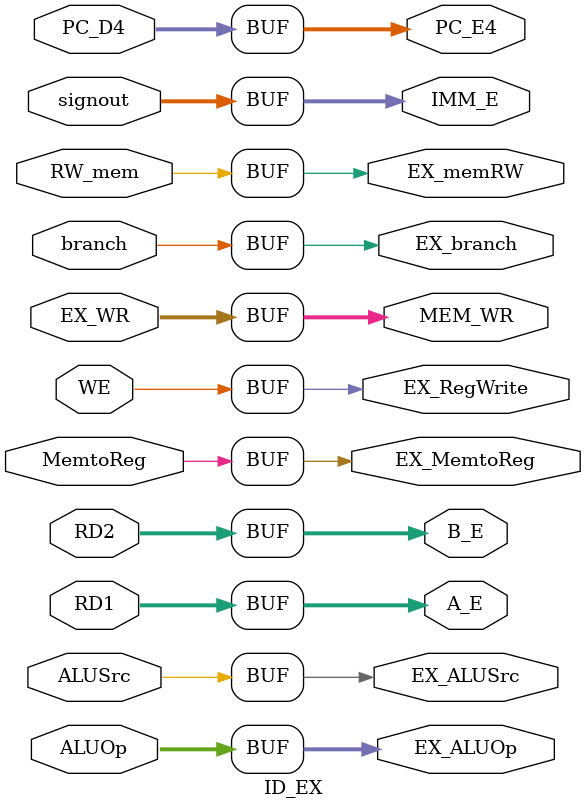
<source format=v>
module ID_EX(PC_D4, RD1, RD2, signout, ALUSrc, ALUOp, branch, RW_mem, MemtoReg, WE, EX_WR,   
PC_E4, A_E, B_E, IMM_E, EX_ALUSrc, EX_ALUOp, EX_branch, EX_memRW, EX_MemtoReg, EX_RegWrite, MEM_WR);

    input [31:0] PC_D4;
    input [31:0] RD1;
    input [31:0] RD2;
    input [31:0] signout;
    input ALUSrc;
    input [1:0] ALUOp;
    input branch;
    input RW_mem;
    input MemtoReg;
    input WE;
    input [4:0] EX_WR;

    output reg [31:0] PC_E4;
    output reg [31:0] A_E;
    output reg [31:0] B_E;
    output reg [31:0] IMM_E;
    output reg EX_ALUSrc;
    output reg [1:0] EX_ALUOp;
    output reg EX_branch;
    output reg EX_memRW;
    output reg EX_MemtoReg;
    output reg EX_RegWrite;
    output reg [4:0] MEM_WR;
    



    always @(*) begin
        PC_E4 <= PC_D4;
        A_E <= RD1;
        B_E <= RD2;
        IMM_E <= signout;
        EX_ALUSrc <= ALUSrc;
        EX_ALUOp <= ALUOp;
        EX_branch <= branch;
        EX_memRW <= RW_mem;
        EX_MemtoReg <= MemtoReg;
        EX_RegWrite <= WE;
        MEM_WR <= EX_WR;
        // $display("%2t: ID_EX", $time);
    end

// iverilog -o test Vr_inst_mem.v PipelinedCpu.v PipelinedCpu_tb.v Vr_register_file.v SignedExtension.v Vr_data_mem.v Control.v ALUcontrol.v mux.v ALU.v Shift.v ALU_ADD.v PC.v ADD_4.v ANDGATE.v IF_ID.v ID_EX.v EX_MEM.v MEM_WB.v
endmodule
</source>
